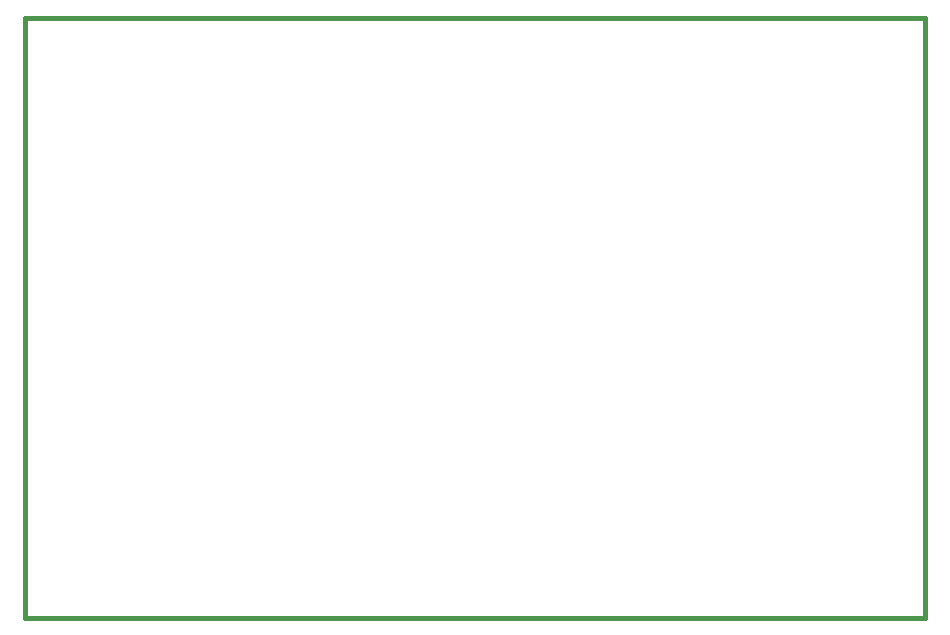
<source format=gbr>
G04 (created by PCBNEW-RS274X (2012-01-19 BZR 3256)-stable) date 11/6/2012 2:02:59 AM*
G01*
G70*
G90*
%MOIN*%
G04 Gerber Fmt 3.4, Leading zero omitted, Abs format*
%FSLAX34Y34*%
G04 APERTURE LIST*
%ADD10C,0.008000*%
%ADD11C,0.015000*%
G04 APERTURE END LIST*
G54D10*
G54D11*
X35000Y-29000D02*
X35000Y-49000D01*
X65000Y-29000D02*
X35000Y-29000D01*
X65000Y-49000D02*
X65000Y-29000D01*
X35000Y-49000D02*
X65000Y-49000D01*
M02*

</source>
